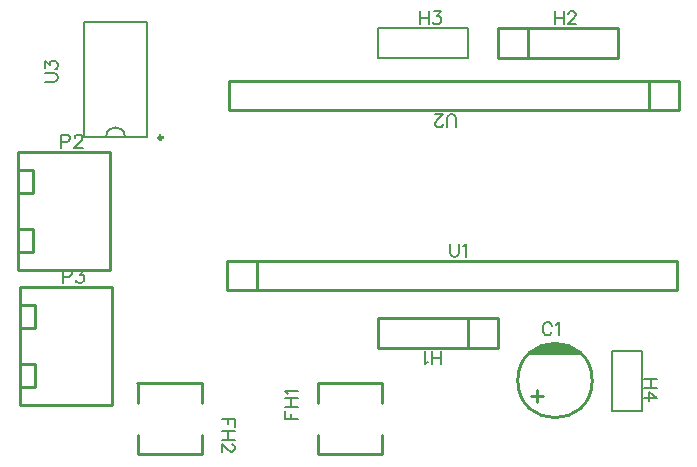
<source format=gto>
G04 Layer: TopSilkscreenLayer*
G04 EasyEDA v6.5.34, 2023-10-03 11:16:35*
G04 bb2cee3522a8477492119d973bc89143,2402692d15bd446891542ced5281a4ad,10*
G04 Gerber Generator version 0.2*
G04 Scale: 100 percent, Rotated: No, Reflected: No *
G04 Dimensions in millimeters *
G04 leading zeros omitted , absolute positions ,4 integer and 5 decimal *
%FSLAX45Y45*%
%MOMM*%

%ADD10C,0.1524*%
%ADD11C,0.2540*%
%ADD12C,0.2032*%
%ADD13C,0.2030*%
%ADD14C,0.3000*%
%ADD15C,0.0150*%

%LPD*%
D10*
X4583556Y-2709037D02*
G01*
X4578222Y-2698622D01*
X4567809Y-2688209D01*
X4557649Y-2683129D01*
X4536820Y-2683129D01*
X4526406Y-2688209D01*
X4515993Y-2698622D01*
X4510659Y-2709037D01*
X4505579Y-2724785D01*
X4505579Y-2750693D01*
X4510659Y-2766187D01*
X4515993Y-2776601D01*
X4526406Y-2787014D01*
X4536820Y-2792095D01*
X4557649Y-2792095D01*
X4567809Y-2787014D01*
X4578222Y-2776601D01*
X4583556Y-2766187D01*
X4617847Y-2703956D02*
G01*
X4628261Y-2698622D01*
X4643754Y-2683129D01*
X4643754Y-2792095D01*
X2326878Y-3499993D02*
G01*
X2435844Y-3499993D01*
X2326878Y-3499993D02*
G01*
X2326878Y-3432429D01*
X2378694Y-3499993D02*
G01*
X2378694Y-3458337D01*
X2326878Y-3398138D02*
G01*
X2435844Y-3398138D01*
X2326878Y-3325495D02*
G01*
X2435844Y-3325495D01*
X2378694Y-3398138D02*
G01*
X2378694Y-3325495D01*
X2347705Y-3291204D02*
G01*
X2342371Y-3280790D01*
X2326878Y-3265043D01*
X2435844Y-3265043D01*
X1897113Y-3499993D02*
G01*
X1788147Y-3499993D01*
X1897113Y-3499993D02*
G01*
X1897113Y-3567556D01*
X1845297Y-3499993D02*
G01*
X1845297Y-3541648D01*
X1897113Y-3601846D02*
G01*
X1788147Y-3601846D01*
X1897113Y-3674490D02*
G01*
X1788147Y-3674490D01*
X1845297Y-3601846D02*
G01*
X1845297Y-3674490D01*
X1871205Y-3714114D02*
G01*
X1876285Y-3714114D01*
X1886699Y-3719195D01*
X1892033Y-3724529D01*
X1897113Y-3734943D01*
X1897113Y-3755517D01*
X1892033Y-3765930D01*
X1886699Y-3771264D01*
X1876285Y-3776345D01*
X1865871Y-3776345D01*
X1855457Y-3771264D01*
X1839963Y-3760851D01*
X1788147Y-3708780D01*
X1788147Y-3781679D01*
X3644900Y-3036315D02*
G01*
X3644900Y-2927350D01*
X3572256Y-3036315D02*
G01*
X3572256Y-2927350D01*
X3644900Y-2984500D02*
G01*
X3572256Y-2984500D01*
X3537965Y-3015487D02*
G01*
X3527552Y-3020821D01*
X3511804Y-3036315D01*
X3511804Y-2927350D01*
X4610100Y-49784D02*
G01*
X4610100Y-158750D01*
X4682743Y-49784D02*
G01*
X4682743Y-158750D01*
X4610100Y-101600D02*
G01*
X4682743Y-101600D01*
X4722368Y-75692D02*
G01*
X4722368Y-70612D01*
X4727447Y-60197D01*
X4732781Y-54863D01*
X4743195Y-49784D01*
X4763770Y-49784D01*
X4774184Y-54863D01*
X4779518Y-60197D01*
X4784597Y-70612D01*
X4784597Y-81026D01*
X4779518Y-91439D01*
X4769104Y-106934D01*
X4717034Y-158750D01*
X4789931Y-158750D01*
X3467100Y-49784D02*
G01*
X3467100Y-158750D01*
X3539743Y-49784D02*
G01*
X3539743Y-158750D01*
X3467100Y-101600D02*
G01*
X3539743Y-101600D01*
X3584447Y-49784D02*
G01*
X3641597Y-49784D01*
X3610609Y-91439D01*
X3626104Y-91439D01*
X3636518Y-96520D01*
X3641597Y-101600D01*
X3646931Y-117347D01*
X3646931Y-127762D01*
X3641597Y-143255D01*
X3631184Y-153670D01*
X3615690Y-158750D01*
X3600195Y-158750D01*
X3584447Y-153670D01*
X3579368Y-148589D01*
X3574034Y-138176D01*
X5474715Y-3162300D02*
G01*
X5365750Y-3162300D01*
X5474715Y-3234944D02*
G01*
X5365750Y-3234944D01*
X5422900Y-3162300D02*
G01*
X5422900Y-3234944D01*
X5474715Y-3321304D02*
G01*
X5402072Y-3269234D01*
X5402072Y-3347212D01*
X5474715Y-3321304D02*
G01*
X5365750Y-3321304D01*
X431800Y-1095120D02*
G01*
X431800Y-1204087D01*
X431800Y-1095120D02*
G01*
X478536Y-1095120D01*
X494029Y-1100201D01*
X499363Y-1105535D01*
X504444Y-1115948D01*
X504444Y-1131443D01*
X499363Y-1141856D01*
X494029Y-1146937D01*
X478536Y-1152270D01*
X431800Y-1152270D01*
X544068Y-1121029D02*
G01*
X544068Y-1115948D01*
X549147Y-1105535D01*
X554481Y-1100201D01*
X564895Y-1095120D01*
X585470Y-1095120D01*
X595884Y-1100201D01*
X601218Y-1105535D01*
X606297Y-1115948D01*
X606297Y-1126362D01*
X601218Y-1136777D01*
X590804Y-1152270D01*
X538734Y-1204087D01*
X611631Y-1204087D01*
X444500Y-2238120D02*
G01*
X444500Y-2347087D01*
X444500Y-2238120D02*
G01*
X491236Y-2238120D01*
X506729Y-2243201D01*
X512063Y-2248535D01*
X517144Y-2258948D01*
X517144Y-2274443D01*
X512063Y-2284856D01*
X506729Y-2289937D01*
X491236Y-2295270D01*
X444500Y-2295270D01*
X561847Y-2238120D02*
G01*
X618997Y-2238120D01*
X588010Y-2279777D01*
X603504Y-2279777D01*
X613918Y-2284856D01*
X618997Y-2289937D01*
X624331Y-2305685D01*
X624331Y-2316098D01*
X618997Y-2331593D01*
X608584Y-2342006D01*
X593089Y-2347087D01*
X577595Y-2347087D01*
X561847Y-2342006D01*
X556768Y-2336927D01*
X551434Y-2326512D01*
X3721100Y-2018278D02*
G01*
X3721100Y-2096256D01*
X3726179Y-2111750D01*
X3736593Y-2122164D01*
X3752341Y-2127244D01*
X3762756Y-2127244D01*
X3778250Y-2122164D01*
X3788663Y-2111750D01*
X3793743Y-2096256D01*
X3793743Y-2018278D01*
X3828034Y-2039106D02*
G01*
X3838447Y-2033772D01*
X3854195Y-2018278D01*
X3854195Y-2127244D01*
X3771900Y-1029715D02*
G01*
X3771900Y-951737D01*
X3766820Y-936244D01*
X3756406Y-925829D01*
X3740658Y-920750D01*
X3730243Y-920750D01*
X3714750Y-925829D01*
X3704336Y-936244D01*
X3699256Y-951737D01*
X3699256Y-1029715D01*
X3659631Y-1003807D02*
G01*
X3659631Y-1008887D01*
X3654552Y-1019302D01*
X3649218Y-1024636D01*
X3638804Y-1029715D01*
X3618229Y-1029715D01*
X3607815Y-1024636D01*
X3602481Y-1019302D01*
X3597402Y-1008887D01*
X3597402Y-998473D01*
X3602481Y-988060D01*
X3612895Y-972565D01*
X3664965Y-920750D01*
X3592068Y-920750D01*
X291084Y-647700D02*
G01*
X369062Y-647700D01*
X384555Y-642620D01*
X394970Y-632205D01*
X400050Y-616457D01*
X400050Y-606044D01*
X394970Y-590550D01*
X384555Y-580136D01*
X369062Y-575055D01*
X291084Y-575055D01*
X291084Y-530352D02*
G01*
X291084Y-473202D01*
X332739Y-504189D01*
X332739Y-488695D01*
X337820Y-478281D01*
X342900Y-473202D01*
X358647Y-467868D01*
X369062Y-467868D01*
X384555Y-473202D01*
X394970Y-483615D01*
X400050Y-499110D01*
X400050Y-514604D01*
X394970Y-530352D01*
X389889Y-535431D01*
X379476Y-540765D01*
G36*
X4606137Y-2857550D02*
G01*
X4590288Y-2858160D01*
X4574489Y-2859582D01*
X4558842Y-2861818D01*
X4543247Y-2864815D01*
X4527905Y-2868676D01*
X4512716Y-2873298D01*
X4497832Y-2878683D01*
X4483201Y-2884830D01*
X4468926Y-2891739D01*
X4455058Y-2899359D01*
X4441545Y-2907690D01*
X4428540Y-2916732D01*
X4415942Y-2926384D01*
X4403902Y-2936697D01*
X4392422Y-2947619D01*
X4381500Y-2959100D01*
X4838700Y-2959100D01*
X4827778Y-2947619D01*
X4816297Y-2936697D01*
X4804257Y-2926384D01*
X4791659Y-2916732D01*
X4778654Y-2907690D01*
X4765141Y-2899359D01*
X4751273Y-2891739D01*
X4736998Y-2884830D01*
X4722368Y-2878683D01*
X4707483Y-2873298D01*
X4692294Y-2868676D01*
X4676952Y-2864815D01*
X4661357Y-2861818D01*
X4645710Y-2859582D01*
X4629912Y-2858160D01*
X4614062Y-2857550D01*
G37*
D11*
X4406900Y-3302000D02*
G01*
X4508500Y-3302000D01*
X4457700Y-3352800D02*
G01*
X4457700Y-3251200D01*
X2603995Y-3199993D02*
G01*
X3143994Y-3199993D01*
X3143994Y-3362241D01*
X2603995Y-3362241D02*
G01*
X2603995Y-3199993D01*
X2603995Y-3799992D02*
G01*
X2603995Y-3637744D01*
X3148995Y-3799992D02*
G01*
X2603995Y-3799992D01*
X3143994Y-3637744D02*
G01*
X3143994Y-3799992D01*
X1619996Y-3799992D02*
G01*
X1079997Y-3799992D01*
X1079997Y-3637744D01*
X1619996Y-3637744D02*
G01*
X1619996Y-3799992D01*
X1619996Y-3199993D02*
G01*
X1619996Y-3362241D01*
X1074996Y-3199993D02*
G01*
X1619996Y-3199993D01*
X1079997Y-3362241D02*
G01*
X1079997Y-3199993D01*
X3871147Y-2895600D02*
G01*
X3111500Y-2895600D01*
X3111500Y-2641600D01*
X4127500Y-2641600D01*
X4127500Y-2895600D01*
X3871147Y-2895600D01*
X3871147Y-2895600D02*
G01*
X3871147Y-2641600D01*
X4383852Y-190500D02*
G01*
X5143500Y-190500D01*
X5143500Y-444500D01*
X4127500Y-444500D01*
X4127500Y-190500D01*
X4383852Y-190500D01*
X4383852Y-190500D02*
G01*
X4383852Y-444500D01*
D12*
X3302000Y-190500D02*
G01*
X3111500Y-190500D01*
X3111500Y-444500D01*
X3873500Y-444500D01*
X3873500Y-190500D01*
D13*
X3873500Y-190500D02*
G01*
X3302000Y-190500D01*
D12*
X5346700Y-3429000D02*
G01*
X5092700Y-3429000D01*
X5092700Y-2921000D01*
X5346700Y-2921000D01*
X5346700Y-3111500D01*
D13*
X5346700Y-3429000D02*
G01*
X5346700Y-3111500D01*
D11*
X844499Y-2239848D02*
G01*
X444500Y-2239848D01*
X64490Y-2239848D01*
X64490Y-1239824D01*
X444500Y-1239824D01*
X844499Y-1239824D01*
X844499Y-2239848D01*
X64490Y-1389837D02*
G01*
X194487Y-1389837D01*
X194487Y-1589836D01*
X64490Y-1589836D01*
X64490Y-1889836D02*
G01*
X194487Y-1889836D01*
X194487Y-2089835D01*
X64490Y-2089835D01*
X857199Y-3382848D02*
G01*
X457200Y-3382848D01*
X77190Y-3382848D01*
X77190Y-2382824D01*
X457200Y-2382824D01*
X857199Y-2382824D01*
X857199Y-3382848D01*
X77190Y-2532837D02*
G01*
X207187Y-2532837D01*
X207187Y-2732836D01*
X77190Y-2732836D01*
X77190Y-3032836D02*
G01*
X207187Y-3032836D01*
X207187Y-3232835D01*
X77190Y-3232835D01*
X5639506Y-2160998D02*
G01*
X5639506Y-2410998D01*
X1829501Y-2410998D02*
G01*
X5639506Y-2410998D01*
X1829501Y-2160998D02*
G01*
X5639506Y-2160998D01*
X2086305Y-2160998D02*
G01*
X2086305Y-2410995D01*
X1829501Y-2410995D02*
G01*
X1829501Y-2160998D01*
X1853493Y-886995D02*
G01*
X1853493Y-636996D01*
X5663498Y-636996D02*
G01*
X1853493Y-636996D01*
X5663498Y-886995D02*
G01*
X1853493Y-886995D01*
X5406694Y-886995D02*
G01*
X5406694Y-636998D01*
X5663498Y-636998D02*
G01*
X5663498Y-886995D01*
D10*
X1155890Y-1109421D02*
G01*
X622109Y-1109421D01*
X622109Y-135178D01*
X1155890Y-135178D01*
X1155890Y-1109421D01*
G75*
G01*
X809625Y-1109421D02*
G02*
X968375Y-1109421I79375J0D01*
D11*
G75*
G01
X4925060Y-3175000D02*
G03X4925060Y-3175000I-314960J0D01*
D14*
G75*
G01
X1285011Y-1117600D02*
G03X1285011Y-1117600I-15011J0D01*
M02*

</source>
